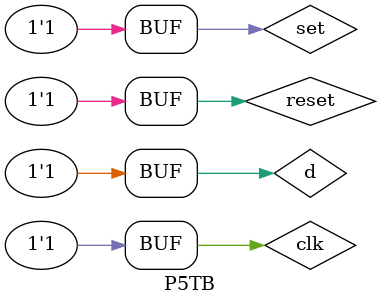
<source format=sv>
module P5TB(); 

logic d, q, set, reset, clk; 


d_ff I1(d, clk, set, reset, q); 

initial 
	begin
		#100 d = 0; clk = 0; set = 0; reset = 0; 
	
		#100 d = 0; clk = 0; set = 0; reset = 1; 

		#100 d = 0; clk = 0; set = 1; reset = 0; 

		#100 d = 0; clk = 0; set = 1; reset = 1; 

		#100 d = 0; clk = 1; set = 0; reset = 0; 

		#100 d = 0; clk = 1; set = 0; reset = 1; 

		#100 d = 0; clk = 1; set = 1; reset = 0; 

		#100 d = 0; clk = 1; set = 1; reset = 1; 

		#100 d = 1; clk = 0; set = 0; reset = 0; 
	
		#100 d = 1; clk = 0; set = 0; reset = 1; 

		#100 d = 1; clk = 0; set = 1; reset = 0; 

		#100 d = 1; clk = 0; set = 1; reset = 1; 

		#100 d = 1; clk = 1; set = 0; reset = 0; 

		#100 d = 1; clk = 1; set = 0; reset = 1; 

		#100 d = 1; clk = 1; set = 1; reset = 0; 

		#100 d = 1; clk = 1; set = 1; reset = 1; 

	end 

endmodule
	
</source>
